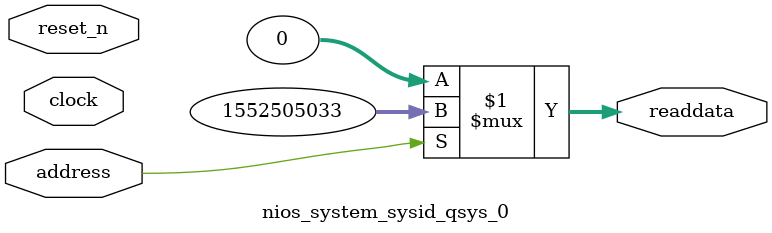
<source format=v>



// synthesis translate_off
`timescale 1ns / 1ps
// synthesis translate_on

// turn off superfluous verilog processor warnings 
// altera message_level Level1 
// altera message_off 10034 10035 10036 10037 10230 10240 10030 

module nios_system_sysid_qsys_0 (
               // inputs:
                address,
                clock,
                reset_n,

               // outputs:
                readdata
             )
;

  output  [ 31: 0] readdata;
  input            address;
  input            clock;
  input            reset_n;

  wire    [ 31: 0] readdata;
  //control_slave, which is an e_avalon_slave
  assign readdata = address ? 1552505033 : 0;

endmodule



</source>
